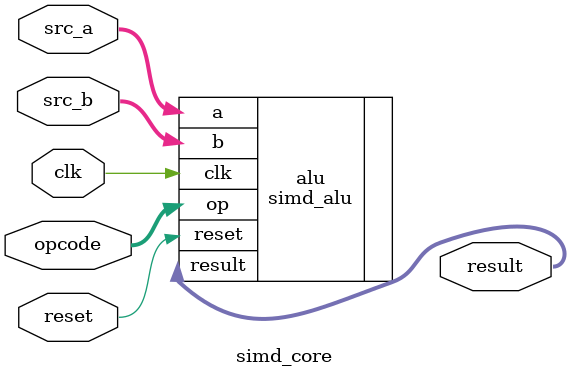
<source format=v>
module simd_core (
    input  wire         clk,
    input  wire         reset,
    input  wire [1:0]   opcode,
    input  wire [127:0] src_a,
    input  wire [127:0] src_b,
    output wire [127:0] result
);

simd_alu #(
    .LANES(4)
) alu (
    .clk(clk),
    .reset(reset),
    .op(opcode),
    .a(src_a),
    .b(src_b),
    .result(result)
);

endmodule

</source>
